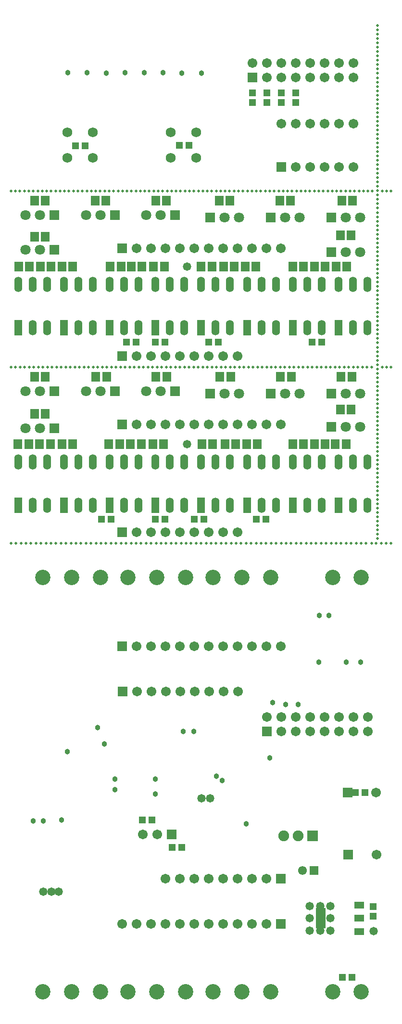
<source format=gbs>
%FSDAX24Y24*%
%MOIN*%
%SFA1B1*%

%IPPOS*%
%ADD29C,0.019700*%
%ADD57R,0.051300X0.047400*%
%ADD58R,0.059200X0.067100*%
%ADD61R,0.047400X0.051300*%
%ADD69O,0.055200X0.106400*%
%ADD70R,0.055200X0.106400*%
%ADD71C,0.071000*%
%ADD72R,0.071000X0.071000*%
%ADD73C,0.067100*%
%ADD74R,0.067100X0.067100*%
%ADD75C,0.068000*%
%ADD76C,0.106400*%
%ADD77C,0.061100*%
%ADD78R,0.061100X0.061100*%
%ADD79C,0.067100*%
%ADD80R,0.067100X0.067100*%
%ADD81C,0.074900*%
%ADD82R,0.074900X0.074900*%
%ADD83C,0.038000*%
%ADD84C,0.058000*%
%ADD85R,0.069000X0.143800*%
%ADD86R,0.069000X0.051300*%
%ADD87R,0.069000X0.051300*%
%LNde-140824-1*%
%LPD*%
G54D29*
X035591Y068803D03*
Y069406D03*
Y069104D03*
X035600Y069707D03*
Y070309D03*
Y070008D03*
Y070610D03*
Y071212D03*
Y070911D03*
X035591Y071513D03*
Y072115D03*
Y071814D03*
X035600Y072416D03*
Y073018D03*
Y072717D03*
X035591Y073320D03*
Y073922D03*
Y073621D03*
X035600Y074223D03*
Y074825D03*
Y074524D03*
Y075126D03*
Y075728D03*
Y075427D03*
Y076029D03*
Y076631D03*
Y076330D03*
Y076932D03*
Y077535D03*
Y077234D03*
Y077836D03*
Y078438D03*
Y078137D03*
X035510Y043465D03*
X035856D03*
X036203D03*
X036550D03*
X034816D03*
X034470D03*
X034123D03*
X023722D03*
X024762D03*
X024415D03*
X024068D03*
X025108D03*
X032389D03*
X032736D03*
X033083D03*
X033776D03*
X033430D03*
X031003D03*
X030656D03*
X030309D03*
X032043D03*
X031696D03*
X031349D03*
X019908D03*
X020255D03*
X020601D03*
X019214D03*
X019561D03*
X010200D03*
X010547D03*
X010893D03*
X011934D03*
X011587D03*
X011240D03*
X012974D03*
X012627D03*
X012280D03*
X014707D03*
X015054D03*
X014361D03*
X014014D03*
X013667D03*
X013320D03*
X017481D03*
X017828D03*
X016441D03*
X016787D03*
X017134D03*
X016094D03*
X015747D03*
X015401D03*
X023028D03*
X023375D03*
X025802D03*
X025455D03*
X021641D03*
X021295D03*
X020948D03*
X022682D03*
X022335D03*
X021988D03*
X018868D03*
X018174D03*
X018521D03*
X029269D03*
X029616D03*
X029962D03*
X028229D03*
X028576D03*
X028922D03*
X027189D03*
X027535D03*
X027882D03*
X026842D03*
X026495D03*
X026149D03*
X034884Y055669D03*
X035200D03*
X036550D03*
X036240D03*
X035930D03*
X027289D03*
X027605D03*
X027922D03*
X028871D03*
X028554D03*
X028238D03*
X029820D03*
X029504D03*
X029187D03*
X032035D03*
X032352D03*
X032668D03*
X031086D03*
X031403D03*
X031719D03*
X030770D03*
X030453D03*
X030137D03*
X033934D03*
X034251D03*
X034567D03*
X033618D03*
X033301D03*
X032985D03*
X018744D03*
X019061D03*
X019377D03*
X020327D03*
X020010D03*
X019694D03*
X021276D03*
X020959D03*
X020643D03*
X023491D03*
X023808D03*
X024124D03*
X022542D03*
X022858D03*
X023175D03*
X022225D03*
X021909D03*
X021592D03*
X026339D03*
X026656D03*
X026972D03*
X025390D03*
X025706D03*
X026023D03*
X025073D03*
X024757D03*
X024441D03*
X015896D03*
X016213D03*
X016529D03*
X017478D03*
X017162D03*
X016846D03*
X018428D03*
X018111D03*
X017795D03*
X013048D03*
X013365D03*
X013681D03*
X014630D03*
X014314D03*
X013997D03*
X015580D03*
X015263D03*
X014947D03*
X012099D03*
X012415D03*
X012732D03*
X011149D03*
X011466D03*
X011782D03*
X010833D03*
X010516D03*
X010200D03*
X035250Y067874D03*
X036550D03*
X036250D03*
X035950D03*
X026900D03*
X027209D03*
X027518D03*
X028446D03*
X028137D03*
X027828D03*
X029374D03*
X029065D03*
X028756D03*
X031539D03*
X031848D03*
X032157D03*
X030611D03*
X030920D03*
X031230D03*
X030302D03*
X029993D03*
X029683D03*
X034322D03*
X034631D03*
X034941D03*
X033394D03*
X033704D03*
X034013D03*
X033085D03*
X032776D03*
X032467D03*
X018550D03*
X018859D03*
X019169D03*
X020096D03*
X019787D03*
X019478D03*
X021024D03*
X020715D03*
X020406D03*
X023189D03*
X023498D03*
X023807D03*
X022261D03*
X022570D03*
X022880D03*
X021952D03*
X021643D03*
X021333D03*
X025972D03*
X026281D03*
X026591D03*
X025044D03*
X025354D03*
X025663D03*
X024735D03*
X024426D03*
X024117D03*
X015767D03*
X016076D03*
X016385D03*
X017313D03*
X017004D03*
X016694D03*
X018241D03*
X017931D03*
X017622D03*
X012983D03*
X013293D03*
X013602D03*
X014530D03*
X014220D03*
X013911D03*
X015457D03*
X015148D03*
X014839D03*
X012056D03*
X012365D03*
X012674D03*
X011128D03*
X011437D03*
X011746D03*
X010819D03*
X010509D03*
X010200D03*
X035591Y068201D03*
Y068502D03*
Y060072D03*
Y060373D03*
Y060674D03*
Y061578D03*
Y061276D03*
Y060975D03*
Y062481D03*
Y062180D03*
Y061879D03*
Y064588D03*
Y064889D03*
Y065190D03*
Y063685D03*
Y063986D03*
Y064287D03*
Y063384D03*
Y063083D03*
Y062782D03*
Y067298D03*
Y067599D03*
Y067900D03*
Y066395D03*
Y066696D03*
Y066997D03*
Y066094D03*
Y065793D03*
Y065492D03*
Y057362D03*
Y057664D03*
Y057965D03*
Y058868D03*
Y058567D03*
Y058266D03*
Y059771D03*
Y059470D03*
Y059169D03*
Y055255D03*
Y056158D03*
Y055857D03*
Y055556D03*
Y057061D03*
Y056760D03*
Y056459D03*
Y053750D03*
Y054051D03*
Y054352D03*
Y052846D03*
Y053147D03*
Y053449D03*
Y052545D03*
Y052244D03*
Y051943D03*
Y045319D03*
Y045621D03*
Y045922D03*
Y046825D03*
Y046524D03*
Y046223D03*
Y047728D03*
Y047427D03*
Y047126D03*
Y049836D03*
Y050137D03*
Y050438D03*
Y048932D03*
Y049233D03*
Y049535D03*
Y048631D03*
Y048330D03*
Y048029D03*
Y051642D03*
Y051341D03*
Y051040D03*
Y050739D03*
Y044416D03*
Y044717D03*
Y045018D03*
X035200Y043465D03*
X035591Y043814D03*
Y044115D03*
Y079040D03*
Y079341D03*
Y078739D03*
Y054653D03*
Y054954D03*
G54D57*
X027885Y045150D03*
X027215D03*
X023585D03*
X022915D03*
X016465D03*
X017135D03*
X018215Y057400D03*
X018885D03*
X024585D03*
X023915D03*
X020215D03*
X020885D03*
X033165Y013400D03*
X033835D03*
X034065Y026200D03*
X034735D03*
X019315Y024300D03*
X019985D03*
X021365Y022400D03*
X022035D03*
X020215Y045150D03*
X020885D03*
X031735Y057400D03*
X031065D03*
X021865Y071050D03*
X022535D03*
X014665Y071000D03*
X015335D03*
G54D58*
X017724Y050350D03*
X016976D03*
X019224D03*
X018476D03*
X020774D03*
X020026D03*
X030474D03*
X029726D03*
X031974D03*
X031226D03*
X033424D03*
X032676D03*
X011424D03*
X010676D03*
X012176D03*
X012924D03*
X013726D03*
X014474D03*
X033774Y052750D03*
X033026D03*
X033824Y055000D03*
X033076D03*
X029624D03*
X028876D03*
X020998D03*
X020250D03*
X016076D03*
X016824D03*
X011826D03*
X012574D03*
X011826Y052450D03*
X012574D03*
X011474Y062650D03*
X010726D03*
X012974D03*
X012226D03*
X014474D03*
X013726D03*
X024124D03*
X023376D03*
X025674D03*
X024926D03*
X027174D03*
X026426D03*
X017824D03*
X017076D03*
X020824D03*
X020076D03*
X030474D03*
X029726D03*
X031974D03*
X031226D03*
X033474D03*
X032726D03*
X012574Y064700D03*
X011826D03*
X012574Y067200D03*
X011826D03*
X016774D03*
X016026D03*
X020974D03*
X020226D03*
X024626D03*
X025374D03*
X018526Y062650D03*
X019274D03*
X028826Y067200D03*
X029574D03*
X033126D03*
X033874D03*
X033026Y064800D03*
X033774D03*
X024676Y055000D03*
X025424D03*
X027274Y050350D03*
X026526D03*
X025774D03*
X025026D03*
X024174D03*
X023426D03*
G54D61*
X035300Y017631D03*
Y018300D03*
X026950Y074015D03*
Y074685D03*
X027950Y074015D03*
Y074685D03*
X028950Y074015D03*
Y074685D03*
X029950Y074015D03*
Y074685D03*
G54D69*
X012700Y049100D03*
X011700D03*
X010700D03*
X012700Y046100D03*
X011700D03*
X015871Y049100D03*
X014871D03*
X013871D03*
X015871Y046100D03*
X014871D03*
X019043Y049100D03*
X018043D03*
X017043D03*
X019043Y046100D03*
X018043D03*
X022214Y049100D03*
X021214D03*
X020214D03*
X022214Y046100D03*
X021214D03*
X025386Y049100D03*
X024386D03*
X023386D03*
X025386Y046100D03*
X024386D03*
X028557Y049100D03*
X027557D03*
X026557D03*
X028557Y046100D03*
X027557D03*
X031729Y049100D03*
X030729D03*
X029729D03*
X031729Y046100D03*
X030729D03*
X034900Y049100D03*
X033900D03*
X032900D03*
X034900Y046100D03*
X033900D03*
X011700Y058400D03*
X012700D03*
X010700Y061400D03*
X011700D03*
X012700D03*
X014871Y058400D03*
X015871D03*
X013871Y061400D03*
X014871D03*
X015871D03*
X018043Y058400D03*
X019043D03*
X017043Y061400D03*
X018043D03*
X019043D03*
X021214Y058400D03*
X022214D03*
X020214Y061400D03*
X021214D03*
X022214D03*
X024386Y058400D03*
X025386D03*
X023386Y061400D03*
X024386D03*
X025386D03*
X027557Y058400D03*
X028557D03*
X026557Y061400D03*
X027557D03*
X028557D03*
X030729Y058400D03*
X031729D03*
X029729Y061400D03*
X030729D03*
X031729D03*
X033900Y058400D03*
X034900D03*
X032900Y061400D03*
X033900D03*
X034900D03*
G54D70*
X010700Y046100D03*
X013871D03*
X017043D03*
X020214D03*
X023386D03*
X026557D03*
X029729D03*
X032900D03*
X010700Y058400D03*
X013871D03*
X017043D03*
X020214D03*
X023386D03*
X026557D03*
X029729D03*
X032900D03*
G54D71*
X011200Y051450D03*
X012200D03*
X011200Y054000D03*
X012200D03*
X015391D03*
X016391D03*
X019582D03*
X020582D03*
X026018Y053831D03*
X025018D03*
X030209D03*
X029209D03*
X034400D03*
X033400D03*
X034400Y051550D03*
X033400D03*
X012200Y063800D03*
X011200D03*
X012200Y066200D03*
X011200D03*
X016391D03*
X015391D03*
X020582D03*
X019582D03*
X025018Y066031D03*
X026018D03*
X029209D03*
X030209D03*
X033400D03*
X034400D03*
X033400Y063631D03*
X034400D03*
G54D72*
X013200Y051450D03*
Y054000D03*
X017391D03*
X021582D03*
X024018Y053831D03*
X028209D03*
X032400D03*
Y051550D03*
X013200Y063800D03*
Y066200D03*
X017391D03*
X021582D03*
X024018Y066031D03*
X028209D03*
X032400D03*
Y063631D03*
G54D73*
X018900Y044250D03*
X025900D03*
X024900D03*
X023900D03*
X022900D03*
X021900D03*
X020900D03*
X019900D03*
X018950Y033200D03*
X025950D03*
X024950D03*
X023950D03*
X022950D03*
X021950D03*
X020950D03*
X019950D03*
X027900Y020250D03*
X020900D03*
X021900D03*
X022900D03*
X023900D03*
X024900D03*
X025900D03*
X026900D03*
X035534Y021900D03*
X035519Y026200D03*
X020350Y023300D03*
X019350D03*
X017900Y017100D03*
X018900D03*
X019900D03*
X020900D03*
X021900D03*
X022900D03*
X023900D03*
X024900D03*
X025900D03*
X026900D03*
X027900D03*
X028900Y036350D03*
X027900D03*
X026900D03*
X025900D03*
X024900D03*
X023900D03*
X022900D03*
X021900D03*
X020900D03*
X019900D03*
X018900D03*
X034950Y031450D03*
Y030450D03*
X033950Y031450D03*
Y030450D03*
X032950Y031450D03*
Y030450D03*
X031950Y031450D03*
Y030450D03*
X030950Y031450D03*
Y030450D03*
X029950Y031450D03*
Y030450D03*
X028950Y031450D03*
Y030450D03*
X027950Y031450D03*
X018900Y056450D03*
X025900D03*
X024900D03*
X023900D03*
X022900D03*
X021900D03*
X020900D03*
X019900D03*
X028900Y063900D03*
X027900D03*
X026900D03*
X025900D03*
X024900D03*
X023900D03*
X022900D03*
X021900D03*
X020900D03*
X019900D03*
X018900D03*
X028900Y051700D03*
X027900D03*
X026900D03*
X025900D03*
X024900D03*
X023900D03*
X022900D03*
X021900D03*
X020900D03*
X019900D03*
X018900D03*
X033950Y076750D03*
Y075750D03*
X032950Y076750D03*
Y075750D03*
X031950Y076750D03*
Y075750D03*
X030950Y076750D03*
Y075750D03*
X029950Y076750D03*
Y075750D03*
X028950Y076750D03*
Y075750D03*
X027950Y076750D03*
Y075750D03*
X026950Y076750D03*
X033950Y072550D03*
X032950D03*
X031950D03*
X030950D03*
X029950D03*
X028950D03*
X033950Y069550D03*
G54D74*
X017900Y044250D03*
X017950Y033200D03*
X028900Y020250D03*
X033566Y021900D03*
X033550Y026200D03*
X021350Y023300D03*
X028900Y017100D03*
X017900Y036350D03*
X027950Y030450D03*
X017900Y056450D03*
Y063900D03*
Y051700D03*
X026950Y075750D03*
G54D75*
X023036Y070164D03*
X021264D03*
X023036Y071936D03*
X021264D03*
X015886Y070164D03*
X014114D03*
X015886Y071936D03*
X014114D03*
G54D76*
X016400Y041100D03*
X014400D03*
X012400D03*
X022300D03*
X020300D03*
X018300D03*
X028200D03*
X026200D03*
X024200D03*
X034484D03*
X032516D03*
X028200Y012400D03*
X026200D03*
X024200D03*
X022300D03*
X020300D03*
X018300D03*
X016400D03*
X014400D03*
X012400D03*
X032500D03*
X034469D03*
G54D77*
X030406Y020800D03*
G54D78*
X031194Y020800D03*
G54D79*
X032950Y069550D03*
X031950D03*
X030950D03*
X029950D03*
G54D80*
X028950Y069550D03*
G54D81*
X029100Y023200D03*
X030100D03*
G54D82*
X031100Y023200D03*
G54D83*
X014150Y076067D03*
X015470D03*
X016790Y076050D03*
X018110Y076067D03*
X019430D03*
X020750D03*
X022050Y076050D03*
X023390D03*
X020200Y027150D03*
Y026100D03*
X028350Y032450D03*
X029225Y032300D03*
X031550Y035250D03*
X034450D03*
X033450D03*
X030100Y032300D03*
X024450Y027350D03*
X024850Y027050D03*
X014100Y029050D03*
X022126Y030450D03*
X022874D03*
X017400Y027150D03*
Y026400D03*
X016200Y030700D03*
X016685Y029565D03*
X012450Y024250D03*
X011750D03*
X013700Y024300D03*
X026500Y024050D03*
X028150Y028600D03*
X032235Y038485D03*
X031565D03*
G54D84*
X031625Y017500D03*
Y016650D03*
X030900Y018350D03*
Y017500D03*
Y016650D03*
X013500Y019350D03*
X013000D03*
X012450D03*
X035350Y016600D03*
X032350Y018350D03*
Y017500D03*
Y016650D03*
X022400Y062650D03*
Y050350D03*
X023400Y025800D03*
X024000D03*
X031625Y018350D03*
G54D85*
X031671Y017500D03*
G54D86*
X034329Y016594D03*
Y017500D03*
G54D87*
X034329Y018406D03*
M02*
</source>
